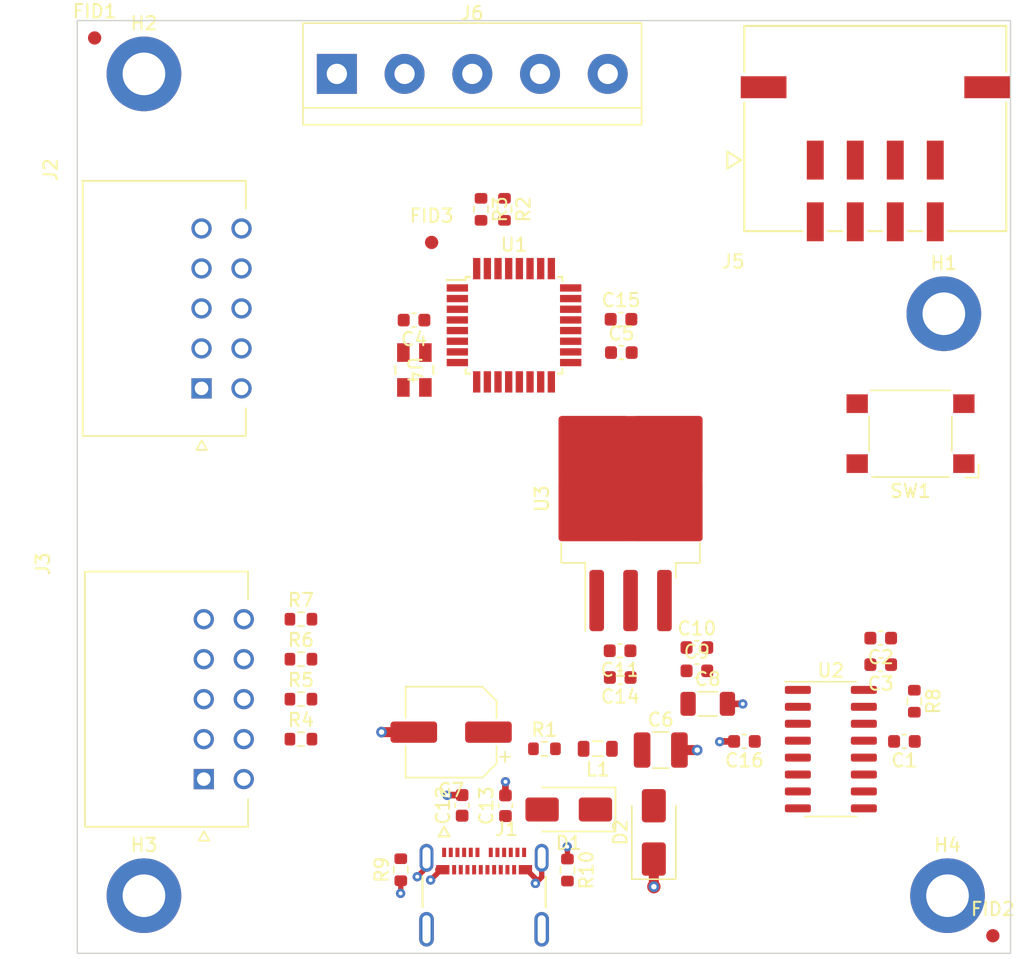
<source format=kicad_pcb>
(kicad_pcb (version 20221018) (generator pcbnew)
  (layers (0 "F.Cu" signal) (1 "In1.Cu" signal) (2 "In2.Cu" signal) (31 "B.Cu" signal) (34 "B.Paste" user) (35 "F.Paste" user) (36 "B.SilkS" user "B.Silkscreen") (37 "F.SilkS" user "F.Silkscreen") (38 "B.Mask" user) (39 "F.Mask" user) (44 "Edge.Cuts" user))
  (net 0 "")
  (net 1 "/PB6")
  (net 2 "GND")
  (net 3 "/PB7")
  (net 4 "/PC0")
  (net 5 "/PC1")
  (net 6 "/PC2")
  (net 7 "/PC3")
  (net 8 "/PC4")
  (net 9 "/PC5")
  (net 10 "/ADC6")
  (net 11 "/ADC7")
  (net 12 "VBUS")
  (net 13 "+5V")
  (net 14 "/PC6")
  (net 15 "/MOSI")
  (net 16 "/MISO")
  (net 17 "/PB5")
  (net 18 "/LED_A")
  (net 19 "/LED_B")
  (net 20 "/LED_C")
  (net 21 "/LED_D")
  (net 24 "Net-(D1-A)")
  (net 25 "/CC1")
  (net 26 "/USB_D+")
  (net 27 "/USB_D-")
  (net 33 "/CC2")
  (net 37 "/PD6")
  (net 38 "/PD7")
  (net 39 "/PB0")
  (net 40 "/PB1")
  (net 41 "/PB2")
  (net 42 "/PD4")
  (net 43 "/PD2")
  (net 44 "/PD3")
  (net 45 "/PD5")
  (net 46 "/USB_RX")
  (net 47 "/PD1")
  (net 48 "/USB_TX")
  (net 49 "/PD0")
  (net 50 "/Cap+")
  (net 51 "Net-(#FLG02-pwr)")
  (net 58 "Net-(U2-~{DTR})")
  (net 61 "/AREF")
  (net 62 "+3V3")
  (footprint "MountingHole:MountingHole_3.2mm_M3_DIN965_Pad" (layer "F.Cu") (at 105 54)
    (fp_text reference "H2" (at 0 -3.8) (layer "F.SilkS"))
    (fp_text value "MountingHole_Pad")
    (pad "1" thru_hole circle (at 0 0) (size 5.6 5.6) (drill 3.2) (layers "*.Cu" "*.Mask") (net 2 "GND"))
  )
  (footprint "Capacitor_SMD:C_0603_1608Metric" (layer "F.Cu") (at 140.808767 74.913741)
    (fp_text reference "C5" (at 0 -1.43) (layer "F.SilkS"))
    (fp_text value "100u")
    (fp_line (start -0.14058 -0.51) (end 0.14058 -0.51) (stroke (width 0.12)) (layer "F.SilkS"))
    (fp_line (start -0.14058 0.51) (end 0.14058 0.51) (stroke (width 0.12)) (layer "F.SilkS"))
    (pad "1" smd roundrect (at -0.775 0) (size 0.9 0.95) (layers "F.Cu" "F.Paste" "F.Mask") (net 13 "+5V"))
    (pad "2" smd roundrect (at 0.775 0) (size 0.9 0.95) (layers "F.Cu" "F.Paste" "F.Mask") (net 2 "GND"))
  )
  (footprint "Capacitor_SMD:C_0603_1608Metric" (layer "F.Cu") (at 146.475 98.800001)
    (fp_text reference "C9" (at 0 -1.43) (layer "F.SilkS"))
    (fp_text value "100n")
    (fp_line (start -0.14058 -0.51) (end 0.14058 -0.51) (stroke (width 0.12)) (layer "F.SilkS"))
    (fp_line (start -0.14058 0.51) (end 0.14058 0.51) (stroke (width 0.12)) (layer "F.SilkS"))
    (pad "1" smd roundrect (at -0.775 0) (size 0.9 0.95) (layers "F.Cu" "F.Paste" "F.Mask") (net 51 "Net-(#FLG02-pwr)"))
    (pad "2" smd roundrect (at 0.775 0) (size 0.9 0.95) (layers "F.Cu" "F.Paste" "F.Mask") (net 2 "GND"))
  )
  (footprint "Resistor_SMD:R_0603_1608Metric" (layer "F.Cu") (at 130.283767 64.163741 -90)
    (fp_text reference "R3" (at 0 -1.43 90) (layer "F.SilkS"))
    (fp_text value "1k")
    (fp_line (start -0.237258 -0.5225) (end 0.237258 -0.5225) (stroke (width 0.12)) (layer "F.SilkS"))
    (fp_line (start -0.237258 0.5225) (end 0.237258 0.5225) (stroke (width 0.12)) (layer "F.SilkS"))
    (pad "1" smd roundrect (at -0.825 0 270) (size 0.8 0.95) (layers "F.Cu" "F.Paste" "F.Mask") (net 46 "/USB_RX"))
    (pad "2" smd roundrect (at 0.825 0 270) (size 0.8 0.95) (layers "F.Cu" "F.Paste" "F.Mask") (net 47 "/PD1"))
  )
  (footprint "MountingHole:MountingHole_3.2mm_M3_DIN965_Pad" (layer "F.Cu") (at 165.275 115.675)
    (fp_text reference "H4" (at 0 -3.8) (layer "F.SilkS"))
    (fp_text value "MountingHole_Pad")
    (pad "1" thru_hole circle (at 0 0) (size 5.6 5.6) (drill 3.2) (layers "*.Cu" "*.Mask") (net 2 "GND"))
  )
  (footprint "main:MOLEX_430451000" (layer "F.Cu") (at 109.32 77.6 -90)
    (fp_text reference "J2" (at -16.4 11.32 90) (layer "F.SilkS"))
    (fp_text value "MOLEX 2x5 Connector")
    (fp_line (start -15.575 -3.32) (end -15.575 8.92) (stroke (width 0.127)) (layer "F.SilkS"))
    (fp_line (start -15.575 8.92) (end 3.575 8.92) (stroke (width 0.127)) (layer "F.SilkS"))
    (fp_line (start -13.5 -3.32) (end -15.575 -3.32) (stroke (width 0.127)) (layer "F.SilkS"))
    (fp_line (start 3.575 -3.32) (end 1.5 -3.32) (stroke (width 0.127)) (layer "F.SilkS"))
    (fp_line (start 3.575 8.92) (end 3.575 -3.32) (stroke (width 0.127)) (layer "F.SilkS"))
    (fp_line (start 3.92 -0.01) (end 4.62 0.39) (stroke (width 0.127)) (layer "F.SilkS"))
    (fp_line (start 4.62 -0.41) (end 3.92 -0.01) (stroke (width 0.127)) (layer "F.SilkS"))
    (fp_line (start 4.62 0.39) (end 4.62 -0.41) (stroke (width 0.127)) (layer "F.SilkS"))
    (pad "" np_thru_hole circle (at -9.85 4.32 270) (size 3 3) (drill 3) (layers "*.Cu" "*.Mask"))
    (pad "" np_thru_hole circle (at -2.15 4.32 270) (size 3 3) (drill 3) (layers "*.Cu" "*.Mask"))
    (pad "1" thru_hole rect (at 0 0 270) (size 1.52 1.52) (drill 1.02) (layers "*.Cu") (net 12 "VBUS"))
    (pad "2" thru_hole circle (at -3 0 270) (size 1.52 1.52) (drill 1.02) (layers "*.Cu") (net 13 "+5V"))
    (pad "3" thru_hole circle (at -6 0 270) (size 1.52 1.52) (drill 1.02) (layers "*.Cu") (net 14 "/PC6"))
    (pad "4" thru_hole circle (at -9 0 270) (size 1.52 1.52) (drill 1.02) (layers "*.Cu") (net 2 "GND"))
    (pad "5" thru_hole circle (at -12 0 270) (size 1.52 1.52) (drill 1.02) (layers "*.Cu") (net 2 "GND"))
    (pad "6" thru_hole circle (at 0 -3 270) (size 1.52 1.52) (drill 1.02) (layers "*.Cu") (net 2 "GND"))
    (pad "7" thru_hole circle (at -3 -3 270) (size 1.52 1.52) (drill 1.02) (layers "*.Cu") (net 2 "GND"))
    (pad "8" thru_hole circle (at -6 -3 270) (size 1.52 1.52) (drill 1.02) (layers "*.Cu") (net 15 "/MOSI"))
    (pad "9" thru_hole circle (at -9 -3 270) (size 1.52 1.52) (drill 1.02) (layers "*.Cu") (net 16 "/MISO"))
    (pad "10" thru_hole circle (at -12 -3 270) (size 1.52 1.52) (drill 1.02) (layers "*.Cu") (net 17 "/PB5"))
  )
  (footprint "Fiducial:Fiducial_1mm_Mask2mm" (layer "F.Cu") (at 101.300601 51.302181)
    (fp_text reference "FID1" (at 0 -2) (layer "F.SilkS"))
    (fp_text value "Fiducial")
    (pad "" smd circle (at 0 0) (size 1 1) (layers "F.Cu" "F.Mask") (clearance 0.5))
  )
  (footprint "Capacitor_SMD:C_0603_1608Metric" (layer "F.Cu") (at 160.265 96.345 180)
    (fp_text reference "C2" (at 0 -1.43) (layer "F.SilkS"))
    (fp_text value "10u")
    (fp_line (start -0.14058 -0.51) (end 0.14058 -0.51) (stroke (width 0.12)) (layer "F.SilkS"))
    (fp_line (start -0.14058 0.51) (end 0.14058 0.51) (stroke (width 0.12)) (layer "F.SilkS"))
    (pad "1" smd roundrect (at -0.775 0 180) (size 0.9 0.95) (layers "F.Cu" "F.Paste" "F.Mask") (net 13 "+5V"))
    (pad "2" smd roundrect (at 0.775 0 180) (size 0.9 0.95) (layers "F.Cu" "F.Paste" "F.Mask") (net 2 "GND"))
  )
  (footprint "Capacitor_SMD:C_0603_1608Metric" (layer "F.Cu") (at 162.04 104.095 180)
    (fp_text reference "C1" (at 0 -1.43) (layer "F.SilkS"))
    (fp_text value "100n")
    (fp_line (start -0.14058 -0.51) (end 0.14058 -0.51) (stroke (width 0.12)) (layer "F.SilkS"))
    (fp_line (start -0.14058 0.51) (end 0.14058 0.51) (stroke (width 0.12)) (layer "F.SilkS"))
    (pad "1" smd roundrect (at -0.775 0 180) (size 0.9 0.95) (layers "F.Cu" "F.Paste" "F.Mask") (net 14 "/PC6"))
    (pad "2" smd roundrect (at 0.775 0 180) (size 0.9 0.95) (layers "F.Cu" "F.Paste" "F.Mask") (net 58 "Net-(U2-~{DTR})"))
  )
  (footprint "main:MOLEX_430451000" (layer "F.Cu") (at 109.48925 106.925 -90)
    (fp_text reference "J3" (at -16.15 12.07 90) (layer "F.SilkS"))
    (fp_text value "MOLEX 2x5 Connector")
    (fp_line (start -15.575 -3.32) (end -15.575 8.92) (stroke (width 0.127)) (layer "F.SilkS"))
    (fp_line (start -15.575 8.92) (end 3.575 8.92) (stroke (width 0.127)) (layer "F.SilkS"))
    (fp_line (start -13.5 -3.32) (end -15.575 -3.32) (stroke (width 0.127)) (layer "F.SilkS"))
    (fp_line (start 3.575 -3.32) (end 1.5 -3.32) (stroke (width 0.127)) (layer "F.SilkS"))
    (fp_line (start 3.575 8.92) (end 3.575 -3.32) (stroke (width 0.127)) (layer "F.SilkS"))
    (fp_line (start 3.92 -0.01) (end 4.62 0.39) (stroke (width 0.127)) (layer "F.SilkS"))
    (fp_line (start 4.62 -0.41) (end 3.92 -0.01) (stroke (width 0.127)) (layer "F.SilkS"))
    (fp_line (start 4.62 0.39) (end 4.62 -0.41) (stroke (width 0.127)) (layer "F.SilkS"))
    (pad "" np_thru_hole circle (at -9.85 4.32 270) (size 3 3) (drill 3) (layers "*.Cu" "*.Mask"))
    (pad "" np_thru_hole circle (at -2.15 4.32 270) (size 3 3) (drill 3) (layers "*.Cu" "*.Mask"))
    (pad "1" thru_hole rect (at 0 0 270) (size 1.52 1.52) (drill 1.02) (layers "*.Cu") (net 13 "+5V"))
    (pad "2" thru_hole circle (at -3 0 270) (size 1.52 1.52) (drill 1.02) (layers "*.Cu") (net 21 "/LED_D"))
    (pad "3" thru_hole circle (at -6 0 270) (size 1.52 1.52) (drill 1.02) (layers "*.Cu") (net 20 "/LED_C"))
    (pad "4" thru_hole circle (at -9 0 270) (size 1.52 1.52) (drill 1.02) (layers "*.Cu") (net 19 "/LED_B"))
    (pad "5" thru_hole circle (at -12 0 270) (size 1.52 1.52) (drill 1.02) (layers "*.Cu") (net 18 "/LED_A"))
    (pad "6" thru_hole circle (at 0 -3 270) (size 1.52 1.52) (drill 1.02) (layers "*.Cu") (net 2 "GND"))
    (pad "7" thru_hole circle (at -3 -3 270) (size 1.52 1.52) (drill 1.02) (layers "*.Cu") (net 2 "GND"))
    (pad "8" thru_hole circle (at -6 -3 270) (size 1.52 1.52) (drill 1.02) (layers "*.Cu") (net 2 "GND"))
    (pad "9" thru_hole circle (at -9 -3 270) (size 1.52 1.52) (drill 1.02) (layers "*.Cu") (net 2 "GND"))
    (pad "10" thru_hole circle (at -12 -3 270) (size 1.52 1.52) (drill 1.02) (layers "*.Cu") (net 2 "GND"))
  )
  (footprint "Diode_SMD:D_SMA" (layer "F.Cu") (at 136.865 109.205999 180)
    (fp_text reference "D1" (at 0 -2.5) (layer "F.SilkS"))
    (fp_text value "D_Schottky")
    (fp_line (start -3.51 -1.65) (end -3.51 1.65) (stroke (width 0.12)) (layer "F.SilkS"))
    (fp_line (start -3.51 -1.65) (end 2 -1.65) (stroke (width 0.12)) (layer "F.SilkS"))
    (fp_line (start -3.51 1.65) (end 2 1.65) (stroke (width 0.12)) (layer "F.SilkS"))
    (pad "1" smd roundrect (at -2 0 180) (size 2.5 1.8) (layers "F.Cu" "F.Paste" "F.Mask") (roundrect_rratio 0.1388888889) (net 12 "VBUS"))
    (pad "2" smd roundrect (at 2 0 180) (size 2.5 1.8) (layers "F.Cu" "F.Paste" "F.Mask") (roundrect_rratio 0.1388888889) (net 24 "Net-(D1-A)"))
  )
  (footprint "Resistor_SMD:R_0603_1608Metric" (layer "F.Cu") (at 136.765 113.75 -90)
    (fp_text reference "R10" (at 0 -1.43 90) (layer "F.SilkS"))
    (fp_text value "4.7k")
    (fp_line (start -0.237258 -0.5225) (end 0.237258 -0.5225) (stroke (width 0.12)) (layer "F.SilkS"))
    (fp_line (start -0.237258 0.5225) (end 0.237258 0.5225) (stroke (width 0.12)) (layer "F.SilkS"))
    (pad "1" smd roundrect (at -0.825 0 270) (size 0.8 0.95) (layers "F.Cu" "F.Paste" "F.Mask") (net 2 "GND"))
    (pad "2" smd roundrect (at 0.825 0 270) (size 0.8 0.95) (layers "F.Cu" "F.Paste" "F.Mask") (net 33 "/CC2"))
  )
  (footprint "Capacitor_SMD:C_0603_1608Metric" (layer "F.Cu") (at 132.115 108.920999 90)
    (fp_text reference "C13" (at 0 -1.43 90) (layer "F.SilkS"))
    (fp_text value "100u")
    (fp_line (start -0.14058 -0.51) (end 0.14058 -0.51) (stroke (width 0.12)) (layer "F.SilkS"))
    (fp_line (start -0.14058 0.51) (end 0.14058 0.51) (stroke (width 0.12)) (layer "F.SilkS"))
    (pad "1" smd roundrect (at -0.775 0 90) (size 0.9 0.95) (layers "F.Cu" "F.Paste" "F.Mask") (net 24 "Net-(D1-A)"))
    (pad "2" smd roundrect (at 0.775 0 90) (size 0.9 0.95) (layers "F.Cu" "F.Paste" "F.Mask") (net 2 "GND"))
  )
  (footprint "MountingHole:MountingHole_3.2mm_M3_DIN965_Pad" (layer "F.Cu") (at 105 115.675)
    (fp_text reference "H3" (at 0 -3.8) (layer "F.SilkS"))
    (fp_text value "MountingHole_Pad")
    (pad "1" thru_hole circle (at 0 0) (size 5.6 5.6) (drill 3.2) (layers "*.Cu" "*.Mask") (net 2 "GND"))
  )
  (footprint "Button_Switch_SMD:SW_SPST_Omron_B3FS-100xP" (layer "F.Cu") (at 162.5 81 180)
    (fp_text reference "SW1" (at 0 -4.3) (layer "F.SilkS"))
    (fp_text value "SW_Omron_B3FS")
    (fp_line (start -5.1 -3.3) (end -4.1 -3.3) (stroke (width 0.12)) (layer "F.SilkS"))
    (fp_line (start -5.1 -2.3) (end -5.1 -3.3) (stroke (width 0.12)) (layer "F.SilkS"))
    (fp_line (start -3.1 -1.3) (end -3.1 1.3) (stroke (width 0.12)) (layer "F.SilkS"))
    (fp_line (start 2.9 -3.25) (end -2.9 -3.25) (stroke (width 0.12)) (layer "F.SilkS"))
    (fp_line (start 3 3.25) (end -3 3.25) (stroke (width 0.12)) (layer "F.SilkS"))
    (fp_line (start 3.1 -1.3) (end 3.1 1.3) (stroke (width 0.12)) (layer "F.SilkS"))
    (pad "1" smd rect (at -4 -2.25) (size 1.6 1.4) (layers "F.Cu" "F.Paste" "F.Mask") (net 14 "/PC6"))
    (pad "1" smd rect (at 4 -2.25) (size 1.6 1.4) (layers "F.Cu" "F.Paste" "F.Mask") (net 14 "/PC6"))
    (pad "2" smd rect (at -4 2.25) (size 1.6 1.4) (layers "F.Cu" "F.Paste" "F.Mask") (net 2 "GND"))
    (pad "2" smd rect (at 4 2.25) (size 1.6 1.4) (layers "F.Cu" "F.Paste" "F.Mask") (net 2 "GND"))
  )
  (footprint "Capacitor_SMD:CP_Elec_6.3x5.9" (layer "F.Cu") (at 128.04 103.4 180)
    (fp_text reference "C7" (at 0 -4.35) (layer "F.SilkS"))
    (fp_text value "10uF")
    (fp_line (start -4.4375 -1.8475) (end -3.65 -1.8475) (stroke (width 0.12)) (layer "F.SilkS"))
    (fp_line (start -4.04375 -2.24125) (end -4.04375 -1.45375) (stroke (width 0.12)) (layer "F.SilkS"))
    (fp_line (start -3.41 -2.345563) (end -3.41 -1.06) (stroke (width 0.12)) (layer "F.SilkS"))
    (fp_line (start -3.41 -2.345563) (end -2.345563 -3.41) (stroke (width 0.12)) (layer "F.SilkS"))
    (fp_line (start -3.41 2.345563) (end -3.41 1.06) (stroke (width 0.12)) (layer "F.SilkS"))
    (fp_line (start -3.41 2.345563) (end -2.345563 3.41) (stroke (width 0.12)) (layer "F.SilkS"))
    (fp_line (start -2.345563 -3.41) (end 3.41 -3.41) (stroke (width 0.12)) (layer "F.SilkS"))
    (fp_line (start -2.345563 3.41) (end 3.41 3.41) (stroke (width 0.12)) (layer "F.SilkS"))
    (fp_line (start 3.41 -3.41) (end 3.41 -1.06) (stroke (width 0.12)) (layer "F.SilkS"))
    (fp_line (start 3.41 3.41) (end 3.41 1.06) (stroke (width 0.12)) (layer "F.SilkS"))
    (pad "1" smd roundrect (at -2.8 0 180) (size 3.5 1.6) (layers "F.Cu" "F.Paste" "F.Mask") (roundrect_rratio 0.15625) (net 50 "/Cap+"))
    (pad "2" smd roundrect (at 2.8 0 180) (size 3.5 1.6) (layers "F.Cu" "F.Paste" "F.Mask") (roundrect_rratio 0.15625) (net 2 "GND"))
  )
  (footprint "Resistor_SMD:R_0603_1608Metric" (layer "F.Cu") (at 132.043767 64.163741 -90)
    (fp_text reference "R2" (at 0 -1.43 90) (layer "F.SilkS"))
    (fp_text value "1k")
    (fp_line (start -0.237258 -0.5225) (end 0.237258 -0.5225) (stroke (width 0.12)) (layer "F.SilkS"))
    (fp_line (start -0.237258 0.5225) (end 0.237258 0.5225) (stroke (width 0.12)) (layer "F.SilkS"))
    (pad "1" smd roundrect (at -0.825 0 270) (size 0.8 0.95) (layers "F.Cu" "F.Paste" "F.Mask") (net 48 "/USB_TX"))
    (pad "2" smd roundrect (at 0.825 0 270) (size 0.8 0.95) (layers "F.Cu" "F.Paste" "F.Mask") (net 49 "/PD0"))
  )
  (footprint "Resistor_SMD:R_0603_1608Metric" (layer "F.Cu") (at 116.775 103.925)
    (fp_text reference "R4" (at 0 -1.43) (layer "F.SilkS"))
    (fp_text value "220")
    (fp_line (start -0.237258 -0.5225) (end 0.237258 -0.5225) (stroke (width 0.12)) (layer "F.SilkS"))
    (fp_line (start -0.237258 0.5225) (end 0.237258 0.5225) (stroke (width 0.12)) (layer "F.SilkS"))
    (pad "1" smd roundrect (at -0.825 0) (size 0.8 0.95) (layers "F.Cu" "F.Paste" "F.Mask") (net 21 "/LED_D"))
    (pad "2" smd roundrect (at 0.825 0) (size 0.8 0.95) (layers "F.Cu" "F.Paste" "F.Mask") (net 45 "/PD5"))
  )
  (footprint "Package_TO_SOT_SMD:TO-263-3_TabPin2" (layer "F.Cu") (at 141.5 85.875 90)
    (fp_text reference "U3" (at 0 -6.65 90) (layer "F.SilkS"))
    (fp_text value "LM1117S-5.0")
    (fp_line (start -4.825 -5.2) (end -4.825 -3.39) (stroke (width 0.12)) (layer "F.SilkS"))
    (fp_line (start -4.825 -3.39) (end -9.95 -3.39) (stroke (width 0.12)) (layer "F.SilkS"))
    (fp_line (start -4.825 3.39) (end -5.925 3.39) (stroke (width 0.12)) (layer "F.SilkS"))
    (fp_line (start -4.825 5.2) (end -4.825 3.39) (stroke (width 0.12)) (layer "F.SilkS"))
    (fp_line (start -3.325 -5.2) (end -4.825 -5.2) (stroke (width 0.12)) (layer "F.SilkS"))
    (fp_line (start -3.325 5.2) (end -4.825 5.2) (stroke (width 0.12)) (layer "F.SilkS"))
    (pad "1" smd roundrect (at -7.65 -2.54 90) (size 4.6 1.1) (layers "F.Cu" "F.Paste" "F.Mask") (roundrect_rratio 0.227273) (net 2 "GND"))
    (pad "2" smd roundrect (at -7.65 0 90) (size 4.6 1.1) (layers "F.Cu" "F.Paste" "F.Mask") (roundrect_rratio 0.227273) (net 13 "+5V"))
    (pad "2" smd roundrect (at -0.925 -2.775 90) (size 4.55 5.25) (layers "F.Cu" "F.Paste") (roundrect_rratio 0.054945) (net 13 "+5V"))
    (pad "2" smd roundrect (at -0.925 2.775 90) (size 4.55 5.25) (layers "F.Cu" "F.Paste") (roundrect_rratio 0.054945) (net 13 "+5V"))
    (pad "2" smd roundrect (at 1.5 0 90) (size 9.4 10.8) (layers "F.Cu" "F.Mask") (roundrect_rratio 0.026596) (net 13 "+5V"))
    (pad "2" smd roundrect (at 3.925 -2.775 90) (size 4.55 5.25) (layers "F.Cu" "F.Paste") (roundrect_rratio 0.054945) (net 13 "+5V"))
    (pad "2" smd roundrect (at 3.925 2.775 90) (size 4.55 5.25) (layers "F.Cu" "F.Paste") (roundrect_rratio 0.054945) (net 13 "+5V"))
    (pad "3" smd roundrect (at -7.65 2.54 90) (size 4.6 1.1) (layers "F.Cu" "F.Paste" "F.Mask") (roundrect_rratio 0.227273) (net 51 "Net-(#FLG02-pwr)"))
  )
  (footprint "Capacitor_SMD:C_0603_1608Metric" (layer "F.Cu") (at 140.783767 72.413741)
    (fp_text reference "C15" (at 0 -1.43) (layer "F.SilkS"))
    (fp_text value "100n")
    (fp_line (start -0.14058 -0.51) (end 0.14058 -0.51) (stroke (width 0.12)) (layer "F.SilkS"))
    (fp_line (start -0.14058 0.51) (end 0.14058 0.51) (stroke (width 0.12)) (layer "F.SilkS"))
    (pad "1" smd roundrect (at -0.775 0) (size 0.9 0.95) (layers "F.Cu" "F.Paste" "F.Mask") (net 61 "/AREF"))
    (pad "2" smd roundrect (at 0.775 0) (size 0.9 0.95) (layers "F.Cu" "F.Paste" "F.Mask") (net 2 "GND"))
  )
  (footprint "Fiducial:Fiducial_1mm_Mask2mm" (layer "F.Cu") (at 126.576165 66.648486)
    (fp_text reference "FID3" (at 0 -2) (layer "F.SilkS"))
    (fp_text value "Fiducial")
    (pad "" smd circle (at 0 0) (size 1 1) (layers "F.Cu" "F.Mask") (clearance 0.5))
  )
  (footprint "main:SMD_2MSB4SI_YXC" (layer "F.Cu") (at 125.283767 76.221841 -90)
    (fp_text reference "U4" (at 0 0 -90 unlocked) (layer "F.SilkS"))
    (fp_text value "X322512MSB4SI")
    (fp_line (start -0.302257 1.4224) (end 0.302257 1.4224) (stroke (width 0.1524)) (layer "F.SilkS"))
    (fp_line (start 0.302257 -1.4224) (end -0.302257 -1.4224) (stroke (width 0.1524)) (layer "F.SilkS"))
    (pad "1" smd rect (at -1.3081 0.825 270) (size 1.397 0.9398) (layers "F.Cu" "F.Paste" "F.Mask") (net 1 "/PB6"))
    (pad "2" smd rect (at 1.3081 0.825 270) (size 1.397 0.9398) (layers "F.Cu" "F.Paste" "F.Mask") (net 2 "GND"))
    (pad "3" smd rect (at 1.3081 -0.825 270) (size 1.397 0.9398) (layers "F.Cu" "F.Paste" "F.Mask") (net 3 "/PB7"))
    (pad "4" smd rect (at -1.3081 -0.825 270) (size 1.397 0.9398) (layers "F.Cu" "F.Paste" "F.Mask") (net 2 "GND"))
  )
  (footprint "Capacitor_SMD:C_0603_1608Metric" (layer "F.Cu") (at 160.264999 98.335 180)
    (fp_text reference "C3" (at 0 -1.43) (layer "F.SilkS"))
    (fp_text value "100u")
    (fp_line (start -0.14058 -0.51) (end 0.14058 -0.51) (stroke (width 0.12)) (layer "F.SilkS"))
    (fp_line (start -0.14058 0.51) (end 0.14058 0.51) (stroke (width 0.12)) (layer "F.SilkS"))
    (pad "1" smd roundrect (at -0.775 0 180) (size 0.9 0.95) (layers "F.Cu" "F.Paste" "F.Mask") (net 13 "+5V"))
    (pad "2" smd roundrect (at 0.775 0 180) (size 0.9 0.95) (layers "F.Cu" "F.Paste" "F.Mask") (net 2 "GND"))
  )
  (footprint "Resistor_SMD:R_0603_1608Metric" (layer "F.Cu") (at 124.265 113.725 90)
    (fp_text reference "R9" (at 0 -1.43 90) (layer "F.SilkS"))
    (fp_text value "4.7k")
    (fp_line (start -0.237258 -0.5225) (end 0.237258 -0.5225) (stroke (width 0.12)) (layer "F.SilkS"))
    (fp_line (start -0.237258 0.5225) (end 0.237258 0.5225) (stroke (width 0.12)) (layer "F.SilkS"))
    (pad "1" smd roundrect (at -0.825 0 90) (size 0.8 0.95) (layers "F.Cu" "F.Paste" "F.Mask") (net 2 "GND"))
    (pad "2" smd roundrect (at 0.825 0 90) (size 0.8 0.95) (layers "F.Cu" "F.Paste" "F.Mask") (net 25 "/CC1"))
  )
  (footprint "Resistor_SMD:R_0603_1608Metric" (layer "F.Cu") (at 116.775 97.925)
    (fp_text reference "R6" (at 0 -1.43) (layer "F.SilkS"))
    (fp_text value "220")
    (fp_line (start -0.237258 -0.5225) (end 0.237258 -0.5225) (stroke (width 0.12)) (layer "F.SilkS"))
    (fp_line (start -0.237258 0.5225) (end 0.237258 0.5225) (stroke (width 0.12)) (layer "F.SilkS"))
    (pad "1" smd roundrect (at -0.825 0) (size 0.8 0.95) (layers "F.Cu" "F.Paste" "F.Mask") (net 19 "/LED_B"))
    (pad "2" smd roundrect (at 0.825 0) (size 0.8 0.95) (layers "F.Cu" "F.Paste" "F.Mask") (net 44 "/PD3"))
  )
  (footprint "main:MOLEX_1054500101" (layer "F.Cu") (at 130.515 119.965)
    (fp_text reference "J1" (at 1.685 -9.295) (layer "F.SilkS"))
    (fp_text value "1054500101")
    (fp_line (start -4.62 -3.42) (end -4.62 -5.72) (stroke (width 0.15)) (layer "F.SilkS"))
    (fp_line (start -3.4 -8.748) (end -2.6 -8.748) (stroke (width 0.15)) (layer "F.SilkS"))
    (fp_line (start -3 -9.448) (end -3.4 -8.748) (stroke (width 0.15)) (layer "F.SilkS"))
    (fp_line (start -2.6 -8.748) (end -3 -9.448) (stroke (width 0.15)) (layer "F.SilkS"))
    (fp_line (start 4.62 -3.42) (end 4.62 -5.72) (stroke (width 0.15)) (layer "F.SilkS"))
    (pad "A1" smd rect (at -3 -7.54) (size 0.298 0.7) (layers "F.Cu" "F.Paste") (net 2 "GND"))
    (pad "A2" smd rect (at -2.5 -7.54) (size 0.298 0.7) (layers "F.Cu" "F.Paste"))
    (pad "A3" smd rect (at -2 -7.54) (size 0.298 0.7) (layers "F.Cu" "F.Paste"))
    (pad "A4" smd rect (at -1.5 -7.54) (size 0.298 0.7) (layers "F.Cu" "F.Paste") (net 24 "Net-(D1-A)"))
    (pad "A5" smd rect (at -1 -7.54) (size 0.298 0.7) (layers "F.Cu" "F.Paste") (net 25 "/CC1"))
    (pad "A6" smd rect (at -0.5 -7.54) (size 0.298 0.7) (layers "F.Cu" "F.Paste") (net 26 "/USB_D+"))
    (pad "A7" smd rect (at 0.5 -7.54) (size 0.298 0.7) (layers "F.Cu" "F.Paste") (net 27 "/USB_D-"))
    (pad "A8" smd rect (at 1 -7.54) (size 0.298 0.7) (layers "F.Cu" "F.Paste"))
    (pad "A9" smd rect (at 1.5 -7.54) (size 0.298 0.7) (layers "F.Cu" "F.Paste") (net 24 "Net-(D1-A)"))
    (pad "A10" smd rect (at 2 -7.54) (size 0.298 0.7) (layers "F.Cu" "F.Paste"))
    (pad "A11" smd rect (at 2.5 -7.54) (size 0.298 0.7) (layers "F.Cu" "F.Paste"))
    (pad "A12" smd rect (at 3 -7.54) (size 0.298 0.7) (layers "F.Cu" "F.Paste") (net 2 "GND"))
    (pad "B1" smd rect (at 3.1 -6.24) (size 0.998 0.7) (layers "F.Cu" "F.Paste") (net 2 "GND"))
    (pad "B2" smd rect (at 2.25 -6.24) (size 0.298 0.7) (layers "F.Cu" "F.Paste"))
    (pad "B3" smd rect (at 1.75 -6.24) (size 0.298 0.7) (layers "F.Cu" "F.Paste"))
    (pad "B4" smd rect (at 1.25 -6.24) (size 0.298 0.7) (layers "F.Cu" "F.Paste") (net 24 "Net-(D1-A)"))
    (pad "B5" smd rect (at 0.75 -6.24) (size 0.298 0.7) (layers "F.Cu" "F.Paste") (net 33 "/CC2"))
    (pad "B6" smd rect (at 0.25 -6.24) (size 0.298 0.7) (layers "F.Cu" "F.Paste") (net 26 "/USB_D+"))
    (pad "B7" smd rect (at -0.25 -6.24) (size 0.298 0.7) (layers "F.Cu" "F.Paste") (net 27 "/USB_D-"))
    (pad "B8" smd rect (at -0.75 -6.24) (size 0.298 0.7) (layers "F.Cu" "F.Paste"))
    (pad "B9" smd rect (at -1.25 -6.24) (size 0.298 0.7) (layers "F.Cu" "F.Paste") (net 24 "Net-(D1-A)"))
    (pad "B10" smd rect (at -1.75 -6.24) (size 0.298 0.7) (layers "F.Cu" "F.Paste"))
    (pad "B11" smd rect (at -2.25 -6.24) (size 0.298 0.7) (layers "F.Cu" "F.Paste"))
    (pad "B12" smd rect (at -3.1 -6.24) (size 0.998 0.7) (layers "F.Cu" "F.Paste") (net 2 "GND"))
    (pad "SH1" thru_hole oval (at -4.32 -7.13) (size 1.036 2.1) (drill oval 0.6 1.6) (layers "*.Cu" "*.Mask") (net 2 "GND"))
    (pad "SH2" thru_hole oval (at 4.32 -7.13) (size 1.036 2.1) (drill oval 0.6 1.6) (layers "*.Cu" "*.Mask") (net 2 "GND"))
    (pad "SH3" thru_hole oval (at -4.32 -1.77) (size 1.1 2.6) (drill oval 0.6 2.1) (layers "*.Cu" "*.Mask") (net 2 "GND"))
    (pad "SH4" thru_hole oval (at 4.32 -1.77) (size 1.1 2.6) (drill oval 0.6 2.1) (layers "*.Cu" "*.Mask") (net 2 "GND"))
  )
  (footprint "Capacitor_SMD:C_0603_1608Metric" (layer "F.Cu") (at 150.04 104.095001 180)
    (fp_text reference "C16" (at 0 -1.43) (layer "F.SilkS"))
    (fp_text value "100n")
    (fp_line (start -0.14058 -0.51) (end 0.14058 -0.51) (stroke (width 0.12)) (layer "F.SilkS"))
    (fp_line (start -0.14058 0.51) (end 0.14058 0.51) (stroke (width 0.12)) (layer "F.SilkS"))
    (pad "1" smd roundrect (at -0.775 0 180) (size 0.9 0.95) (layers "F.Cu" "F.Paste" "F.Mask") (net 62 "+3V3"))
    (pad "2" smd roundrect (at 0.775 0 180) (size 0.9 0.95) (layers "F.Cu" "F.Paste" "F.Mask") (net 2 "GND"))
  )
  (footprint "Capacitor_SMD:C_1206_3216Metric" (layer "F.Cu") (at 147.29 101.275001)
    (fp_text reference "C8" (at 0 -1.85) (layer "F.SilkS"))
    (fp_text value "4.7u")
    (fp_line (start -0.711252 -0.91) (end 0.711252 -0.91) (stroke (width 0.12)) (layer "F.SilkS"))
    (fp_line (start -0.711252 0.91) (end 0.711252 0.91) (stroke (width 0.12)) (layer "F.SilkS"))
    (pad "1" smd roundrect (at -1.475 0) (size 1.15 1.8) (layers "F.Cu" "F.Paste" "F.Mask") (roundrect_rratio 0.217391) (net 51 "Net-(#FLG02-pwr)"))
    (pad "2" smd roundrect (at 1.475 0) (size 1.15 1.8) (layers "F.Cu" "F.Paste" "F.Mask") (roundrect_rratio 0.217391) (net 2 "GND"))
  )
  (footprint "Resistor_SMD:R_0603_1608Metric" (layer "F.Cu") (at 162.785758 101.078838 -90)
    (fp_text reference "R8" (at 0 -1.43 90) (layer "F.SilkS"))
    (fp_text value "10k")
    (fp_line (start -0.237258 -0.5225) (end 0.237258 -0.5225) (stroke (width 0.12)) (layer "F.SilkS"))
    (fp_line (start -0.237258 0.5225) (end 0.237258 0.5225) (stroke (width 0.12)) (layer "F.SilkS"))
    (pad "1" smd roundrect (at -0.825 0 270) (size 0.8 0.95) (layers "F.Cu" "F.Paste" "F.Mask") (net 13 "+5V"))
    (pad "2" smd roundrect (at 0.825 0 270) (size 0.8 0.95) (layers "F.Cu" "F.Paste" "F.Mask") (net 14 "/PC6"))
  )
  (footprint "Package_SO:SOIC-16_3.9x9.9mm_P1.27mm" (layer "F.Cu") (at 156.525 104.675)
    (fp_text reference "U2" (at 0 -5.9) (layer "F.SilkS"))
    (fp_text value "CH340C")
    (fp_line (start 0 -5.06) (end -3.45 -5.06) (stroke (width 0.12)) (layer "F.SilkS"))
    (fp_line (start 0 -5.06) (end 1.95 -5.06) (stroke (width 0.12)) (layer "F.SilkS"))
    (fp_line (start 0 5.06) (end -1.95 5.06) (stroke (width 0.12)) (layer "F.SilkS"))
    (fp_line (start 0 5.06) (end 1.95 5.06) (stroke (width 0.12)) (layer "F.SilkS"))
    (pad "1" smd roundrect (at -2.475 -4.445) (size 1.95 0.6) (layers "F.Cu" "F.Paste" "F.Mask") (net 2 "GND"))
    (pad "2" smd roundrect (at -2.475 -3.175) (size 1.95 0.6) (layers "F.Cu" "F.Paste" "F.Mask") (net 46 "/USB_RX"))
    (pad "3" smd roundrect (at -2.475 -1.905) (size 1.95 0.6) (layers "F.Cu" "F.Paste" "F.Mask") (net 48 "/USB_TX"))
    (pad "4" smd roundrect (at -2.475 -0.635) (size 1.95 0.6) (layers "F.Cu" "F.Paste" "F.Mask") (net 62 "+3V3"))
    (pad "5" smd roundrect (at -2.475 0.635) (size 1.95 0.6) (layers "F.Cu" "F.Paste" "F.Mask") (net 26 "/USB_D+"))
    (pad "6" smd roundrect (at -2.475 1.905) (size 1.95 0.6) (layers "F.Cu" "F.Paste" "F.Mask") (net 27 "/USB_D-"))
    (pad "7" smd roundrect (at -2.475 3.175) (size 1.95 0.6) (layers "F.Cu" "F.Paste" "F.Mask"))
    (pad "8" smd roundrect (at -2.475 4.445) (size 1.95 0.6) (layers "F.Cu" "F.Paste" "F.Mask"))
    (pad "9" smd roundrect (at 2.475 4.445) (size 1.95 0.6) (layers "F.Cu" "F.Paste" "F.Mask"))
    (pad "10" smd roundrect (at 2.475 3.175) (size 1.95 0.6) (layers "F.Cu" "F.Paste" "F.Mask"))
    (pad "11" smd roundrect (at 2.475 1.905) (size 1.95 0.6) (layers "F.Cu" "F.Paste" "F.Mask"))
    (pad "12" smd roundrect (at 2.475 0.635) (size 1.95 0.6) (layers "F.Cu" "F.Paste" "F.Mask"))
    (pad "13" smd roundrect (at 2.475 -0.635) (size 1.95 0.6) (layers "F.Cu" "F.Paste" "F.Mask") (net 58 "Net-(U2-~{DTR})"))
    (pad "14" smd roundrect (at 2.475 -1.905) (size 1.95 0.6) (layers "F.Cu" "F.Paste" "F.Mask"))
    (pad "15" smd roundrect (at 2.475 -3.175) (size 1.95 0.6) (layers "F.Cu" "F.Paste" "F.Mask"))
    (pad "16" smd roundrect (at 2.475 -4.445) (size 1.95 0.6) (layers "F.Cu" "F.Paste" "F.Mask") (net 13 "+5V"))
  )
  (footprint "Capacitor_SMD:C_0603_1608Metric" (layer "F.Cu") (at 125.258767 72.476345 180)
    (fp_text reference "C4" (at 0 -1.43) (layer "F.SilkS"))
    (fp_text value "100u")
    (fp_line (start -0.14058 -0.51) (end 0.14058 -0.51) (stroke (width 0.12)) (layer "F.SilkS"))
    (fp_line (start -0.14058 0.51) (end 0.14058 0.51) (stroke (width 0.12)) (layer "F.SilkS"))
    (pad "1" smd roundrect (at -0.775 0 180) (size 0.9 0.95) (layers "F.Cu" "F.Paste" "F.Mask") (net 13 "+5V"))
    (pad "2" smd roundrect (at 0.775 0 180) (size 0.9 0.95) (layers "F.Cu" "F.Paste" "F.Mask") (net 2 "GND"))
  )
  (footprint "Diode_SMD:D_SMA" (layer "F.Cu") (at 143.245216 110.923668 90)
    (fp_text reference "D2" (at 0 -2.5 90) (layer "F.SilkS"))
    (fp_text value "SMAJ24CA")
    (fp_line (start -3.51 -1.65) (end -3.51 1.65) (stroke (width 0.12)) (layer "F.SilkS"))
    (fp_line (start -3.51 -1.65) (end 2 -1.65) (stroke (width 0.12)) (layer "F.SilkS"))
    (fp_line (start -3.51 1.65) (end 2 1.65) (stroke (width 0.12)) (layer "F.SilkS"))
    (pad "1" smd roundrect (at -2 0 90) (size 2.5 1.8) (layers "F.Cu" "F.Paste" "F.Mask") (roundrect_rratio 0.1388888889) (net 2 "GND"))
    (pad "2" smd roundrect (at 2 0 90) (size 2.5 1.8) (layers "F.Cu" "F.Paste" "F.Mask") (roundrect_rratio 0.1388888889) (net 12 "VBUS"))
  )
  (footprint "Resistor_SMD:R_0603_1608Metric" (layer "F.Cu") (at 116.775 100.925)
    (fp_text reference "R5" (at 0 -1.43) (layer "F.SilkS"))
    (fp_text value "220")
    (fp_line (start -0.237258 -0.5225) (end 0.237258 -0.5225) (stroke (width 0.12)) (layer "F.SilkS"))
    (fp_line (start -0.237258 0.5225) (end 0.237258 0.5225) (stroke (width 0.12)) (layer "F.SilkS"))
    (pad "1" smd roundrect (at -0.825 0) (size 0.8 0.95) (layers "F.Cu" "F.Paste" "F.Mask") (net 20 "/LED_C"))
    (pad "2" smd roundrect (at 0.825 0) (size 0.8 0.95) (layers "F.Cu" "F.Paste" "F.Mask") (net 42 "/PD4"))
  )
  (footprint "TerminalBlock:TerminalBlock_bornier-5_P5.08mm" (layer "F.Cu") (at 119.469472 54)
    (fp_text reference "J6" (at 10.15 -4.55) (layer "F.SilkS"))
    (fp_text value "Screw_Terminal_01x05")
    (fp_line (start -2.54 -3.81) (end -2.54 3.81) (stroke (width 0.12)) (layer "F.SilkS"))
    (fp_line (start -2.54 -3.81) (end 22.86 -3.81) (stroke (width 0.12)) (layer "F.SilkS"))
    (fp_line (start -2.54 2.54) (end 22.86 2.54) (stroke (width 0.12)) (layer "F.SilkS"))
    (fp_line (start -2.54 3.81) (end 22.86 3.81) (stroke (width 0.12)) (layer "F.SilkS"))
    (fp_line (start 22.86 -3.81) (end 22.86 3.81) (stroke (width 0.12)) (layer "F.SilkS"))
    (pad "1" thru_hole rect (at 0 0) (size 3 3) (drill 1.52) (layers "*.Cu" "*.Mask") (net 37 "/PD6"))
    (pad "2" thru_hole circle (at 5.08 0) (size 3 3) (drill 1.52) (layers "*.Cu" "*.Mask") (net 38 "/PD7"))
    (pad "3" thru_hole circle (at 10.16 0) (size 3 3) (drill 1.52) (layers "*.Cu" "*.Mask") (net 39 "/PB0"))
    (pad "4" thru_hole circle (at 15.24 0) (size 3 3) (drill 1.52) (layers "*.Cu" "*.Mask") (net 40 "/PB1"))
    (pad "5" thru_hole circle (at 20.32 0) (size 3 3) (drill 1.52) (layers "*.Cu" "*.Mask") (net 41 "/PB2"))
  )
  (footprint "Fiducial:Fiducial_1mm_Mask2mm" (layer "F.Cu") (at 168.674888 118.679318)
    (fp_text reference "FID2" (at 0 -2) (layer "F.SilkS"))
    (fp_text value "Fiducial")
    (pad "" smd circle (at 0 0) (size 1 1) (layers "F.Cu" "F.Mask") (clearance 0.5))
  )
  (footprint "Resistor_SMD:R_0603_1608Metric" (layer "F.Cu") (at 135.04 104.65)
    (fp_text reference "R1" (at 0 -1.43) (layer "F.SilkS"))
    (fp_text value "220m")
    (fp_line (start -0.237258 -0.5225) (end 0.237258 -0.5225) (stroke (width 0.12)) (layer "F.SilkS"))
    (fp_line (start -0.237258 0.5225) (end 0.237258 0.5225) (stroke (width 0.12)) (layer "F.SilkS"))
    (pad "1" smd roundrect (at -0.825 0) (size 0.8 0.95) (layers "F.Cu" "F.Paste" "F.Mask") (net 50 "/Cap+"))
    (pad "2" smd roundrect (at 0.825 0) (size 0.8 0.95) (layers "F.Cu" "F.Paste" "F.Mask") (net 51 "Net-(#FLG02-pwr)"))
  )
  (footprint "Capacitor_SMD:C_0603_1608Metric" (layer "F.Cu") (at 140.713011 97.293389 180)
    (fp_text reference "C11" (at 0 -1.43) (layer "F.SilkS"))
    (fp_text value "10u")
    (fp_line (start -0.14058 -0.51) (end 0.14058 -0.51) (stroke (width 0.12)) (layer "F.SilkS"))
    (fp_line (start -0.14058 0.51) (end 0.14058 0.51) (stroke (width 0.12)) (layer "F.SilkS"))
    (pad "1" smd roundrect (at -0.775 0 180) (size 0.9 0.95) (layers "F.Cu" "F.Paste" "F.Mask") (net 13 "+5V"))
    (pad "2" smd roundrect (at 0.775 0 180) (size 0.9 0.95) (layers "F.Cu" "F.Paste" "F.Mask") (net 2 "GND"))
  )
  (footprint "Capacitor_SMD:C_0603_1608Metric" (layer "F.Cu") (at 146.475 97.050001)
    (fp_text reference "C10" (at 0 -1.43) (layer "F.SilkS"))
    (fp_text value "10u")
    (fp_line (start -0.14058 -0.51) (end 0.14058 -0.51) (stroke (width 0.12)) (layer "F.SilkS"))
    (fp_line (start -0.14058 0.51) (end 0.14058 0.51) (stroke (width 0.12)) (layer "F.SilkS"))
    (pad "1" smd roundrect (at -0.775 0) (size 0.9 0.95) (layers "F.Cu" "F.Paste" "F.Mask") (net 51 "Net-(#FLG02-pwr)"))
    (pad "2" smd roundrect (at 0.775 0) (size 0.9 0.95) (layers "F.Cu" "F.Paste" "F.Mask") (net 2 "GND"))
  )
  (footprint "Capacitor_SMD:C_0603_1608Metric" (layer "F.Cu") (at 140.725 99.3 180)
    (fp_text reference "C14" (at 0 -1.43) (layer "F.SilkS"))
    (fp_text value "100n")
    (fp_line (start -0.14058 -0.51) (end 0.14058 -0.51) (stroke (width 0.12)) (layer "F.SilkS"))
    (fp_line (start -0.14058 0.51) (end 0.14058 0.51) (stroke (width 0.12)) (layer "F.SilkS"))
    (pad "1" smd roundrect (at -0.775 0 180) (size 0.9 0.95) (layers "F.Cu" "F.Paste" "F.Mask") (net 13 "+5V"))
    (pad "2" smd roundrect (at 0.775 0 180) (size 0.9 0.95) (layers "F.Cu" "F.Paste" "F.Mask") (net 2 "GND"))
  )
  (footprint "Capacitor_SMD:C_0603_1608Metric" (layer "F.Cu") (at 128.865 108.895999 90)
    (fp_text reference "C12" (at 0 -1.43 90) (layer "F.SilkS"))
    (fp_text value "100u")
    (fp_line (start -0.14058 -0.51) (end 0.14058 -0.51) (stroke (width 0.12)) (layer "F.SilkS"))
    (fp_line (start -0.14058 0.51) (end 0.14058 0.51) (stroke (width 0.12)) (layer "F.SilkS"))
    (pad "1" smd roundrect (at -0.775 0 90) (size 0.9 0.95) (layers "F.Cu" "F.Paste" "F.Mask") (net 24 "Net-(D1-A)"))
    (pad "2" smd roundrect (at 0.775 0 90) (size 0.9 0.95) (layers "F.Cu" "F.Paste" "F.Mask") (net 2 "GND"))
  )
  (footprint "Inductor_SMD:L_1210_3225Metric" (layer "F.Cu") (at 143.764611 104.743969)
    (fp_text reference "C6" (at 0 -2.28) (layer "F.SilkS"))
    (fp_text value "10u")
    (fp_line (start -0.602064 -1.36) (end 0.602064 -1.36) (stroke (width 0.12)) (layer "F.SilkS"))
    (fp_line (start -0.602064 1.36) (end 0.602064 1.36) (stroke (width 0.12)) (layer "F.SilkS"))
    (pad "1" smd roundrect (at -1.4 0) (size 1.25 2.65) (layers "F.Cu" "F.Paste" "F.Mask") (roundrect_rratio 0.2) (net 12 "VBUS"))
    (pad "2" smd roundrect (at 1.4 0) (size 1.25 2.65) (layers "F.Cu" "F.Paste" "F.Mask") (roundrect_rratio 0.2) (net 2 "GND"))
  )
  (footprint "Inductor_SMD:L_0805_2012Metric" (layer "F.Cu") (at 139.04 104.65 180)
    (fp_text reference "L1" (at 0 -1.55) (layer "F.SilkS"))
    (fp_text value "L")
    (fp_line (start -0.399622 -0.56) (end 0.399622 -0.56) (stroke (width 0.12)) (layer "F.SilkS"))
    (fp_line (start -0.399622 0.56) (end 0.399622 0.56) (stroke (width 0.12)) (layer "F.SilkS"))
    (pad "1" smd roundrect (at -1.0625 0 180) (size 0.875 1.2) (layers "F.Cu" "F.Paste" "F.Mask") (net 12 "VBUS"))
    (pad "2" smd roundrect (at 1.0625 0 180) (size 0.875 1.2) (layers "F.Cu" "F.Paste" "F.Mask") (net 51 "Net-(#FLG02-pwr)"))
  )
  (footprint "main:Molex_2x4_Connector" (layer "F.Cu") (at 159.855 55.355 180)
    (fp_text reference "J5" (at 10.661179 -12.728285 unlocked) (layer "F.SilkS"))
    (fp_text value "Molex_2x4_Connector")
    (fp_line (start -9.824982 -10.445) (end -9.824982 -0.79004) (stroke (width 0.1524)) (layer "F.SilkS"))
    (fp_line (start -9.824982 1.50004) (end -9.824982 4.954999) (stroke (width 0.1524)) (layer "F.SilkS"))
    (fp_line (start -9.824982 4.954999) (end 9.824979 4.954999) (stroke (width 0.1524)) (layer "F.SilkS"))
    (fp_line (start -5.455039 -10.445) (end -9.824982 -10.445) (stroke (width 0.1524)) (layer "F.SilkS"))
    (fp_line (start -2.45504 -10.445) (end -3.544959 -10.445) (stroke (width 0.1524)) (layer "F.SilkS"))
    (fp_line (start 0.54496 -10.445) (end -0.54496 -10.445) (stroke (width 0.1524)) (layer "F.SilkS"))
    (fp_line (start 3.544959 -10.445) (end 2.45504 -10.445) (stroke (width 0.1524)) (layer "F.SilkS"))
    (fp_line (start 9.824979 -10.445) (end 5.455039 -10.445) (stroke (width 0.1524)) (layer "F.SilkS"))
    (fp_line (start 9.824979 -0.79004) (end 9.824979 -10.445) (stroke (width 0.1524)) (layer "F.SilkS"))
    (fp_line (start 9.824979 4.954999) (end 9.824979 1.50004) (stroke (width 0.1524)) (layer "F.SilkS"))
    (fp_line (start 10.07898 -5.115001) (end 11.09498 -5.750001) (stroke (width 0.1524)) (layer "F.SilkS"))
    (fp_line (start 11.09498 -5.750001) (end 11.09498 -4.480001) (stroke (width 0.1524)) (layer "F.SilkS"))
    (fp_line (start 11.09498 -4.480001) (end 10.07898 -5.115001) (stroke (width 0.1524)) (layer "F.SilkS"))
    (pad "1" smd rect (at 4.499999 -5.115001 180) (size 1.27 2.919999) (layers "F.Cu" "F.Paste" "F.Mask") (net 4 "/PC0"))
    (pad "2" smd rect (at 1.5 -5.115001 180) (size 1.27 2.919999) (layers "F.Cu" "F.Paste" "F.Mask") (net 5 "/PC1"))
    (pad "3" smd rect (at -1.5 -5.115001 180) (size 1.27 2.919999) (layers "F.Cu" "F.Paste" "F.Mask") (net 6 "/PC2"))
    (pad "4" smd rect (at -4.499999 -5.115001 180) (size 1.27 2.919999) (layers "F.Cu" "F.Paste" "F.Mask") (net 7 "/PC3"))
    (pad "5" smd rect (at 4.499999 -9.745002 180) (size 1.27 2.919999) (layers "F.Cu" "F.Paste" "F.Mask") (net 8 "/PC4"))
    (pad "6" smd rect (at 1.5 -9.745002 180) (size 1.27 2.919999) (layers "F.Cu" "F.Paste" "F.Mask") (net 9 "/PC5"))
    (pad "7" smd rect (at -1.5 -9.745002 180) (size 1.27 2.919999) (layers "F.Cu" "F.Paste" "F.Mask") (net 10 "/ADC6"))
    (pad "8" smd rect (at -4.499999 -9.745002 180) (size 1.27 2.919999) (layers "F.Cu" "F.Paste" "F.Mask") (net 11 "/ADC7"))
    (pad "S1" smd rect (at 8.374959 0.355 180) (size 3.430001 1.65) (layers "F.Cu" "F.Paste" "F.Mask") (net 2 "GND"))
    (pad "S2" smd rect (at -8.395 0.355 180) (size 3.430001 1.65) (layers "F.Cu" "F.Paste" "F.Mask") (net 2 "GND"))
  )
  (footprint "Resistor_SMD:R_0603_1608Metric" (layer "F.Cu") (at 116.775 94.925)
    (fp_text reference "R7" (at 0 -1.43) (layer "F.SilkS"))
    (fp_text value "220")
    (fp_line (start -0.237258 -0.5225) (end 0.237258 -0.5225) (stroke (width 0.12)) (layer "F.SilkS"))
    (fp_line (start -0.237258 0.5225) (end 0.237258 0.5225) (stroke (width 0.12)) (layer "F.SilkS"))
    (pad "1" smd roundrect (at -0.825 0) (size 0.8 0.95) (layers "F.Cu" "F.Paste" "F.Mask") (net 18 "/LED_A"))
    (pad "2" smd roundrect (at 0.825 0) (size 0.8 0.95) (layers "F.Cu" "F.Paste" "F.Mask") (net 43 "/PD2"))
  )
  (footprint "MountingHole:MountingHole_3.2mm_M3_DIN965_Pad" (layer "F.Cu") (at 165 72)
    (fp_text reference "H1" (at 0 -3.8) (layer "F.SilkS"))
    (fp_text value "MountingHole_Pad")
    (pad "1" thru_hole circle (at 0 0) (size 5.6 5.6) (drill 3.2) (layers "*.Cu" "*.Mask") (net 2 "GND"))
  )
  (footprint "Package_QFP:TQFP-32_7x7mm_P0.8mm" (layer "F.Cu") (at 132.758767 72.863741)
    (fp_text reference "U1" (at 0 -6.05) (layer "F.SilkS"))
    (fp_text value "ATmega328P-A")
    (fp_line (start -3.625 -3.625) (end -3.625 -3.4) (stroke (width 0.15)) (layer "F.SilkS"))
    (fp_line (start -3.625 -3.625) (end -3.3 -3.625) (stroke (width 0.15)) (layer "F.SilkS"))
    (fp_line (start -3.625 -3.4) (end -5.05 -3.4) (stroke (width 0.15)) (layer "F.SilkS"))
    (fp_line (start -3.625 3.625) (end -3.625 3.3) (stroke (width 0.15)) (layer "F.SilkS"))
    (fp_line (start -3.625 3.625) (end -3.3 3.625) (stroke (width 0.15)) (layer "F.SilkS"))
    (fp_line (start 3.625 -3.625) (end 3.3 -3.625) (stroke (width 0.15)) (layer "F.SilkS"))
    (fp_line (start 3.625 -3.625) (end 3.625 -3.3) (stroke (width 0.15)) (layer "F.SilkS"))
    (fp_line (start 3.625 3.625) (end 3.3 3.625) (stroke (width 0.15)) (layer "F.SilkS"))
    (fp_line (start 3.625 3.625) (end 3.625 3.3) (stroke (width 0.15)) (layer "F.SilkS"))
    (pad "1" smd rect (at -4.25 -2.8) (size 1.6 0.55) (layers "F.Cu" "F.Paste" "F.Mask") (net 44 "/PD3"))
    (pad "2" smd rect (at -4.25 -2) (size 1.6 0.55) (layers "F.Cu" "F.Paste" "F.Mask") (net 42 "/PD4"))
    (pad "3" smd rect (at -4.25 -1.2) (size 1.6 0.55) (layers "F.Cu" "F.Paste" "F.Mask") (net 2 "GND"))
    (pad "4" smd rect (at -4.25 -0.4) (size 1.6 0.55) (layers "F.Cu" "F.Paste" "F.Mask") (net 13 "+5V"))
    (pad "5" smd rect (at -4.25 0.4) (size 1.6 0.55) (layers "F.Cu" "F.Paste" "F.Mask") (net 2 "GND"))
    (pad "6" smd rect (at -4.25 1.2) (size 1.6 0.55) (layers "F.Cu" "F.Paste" "F.Mask") (net 13 "+5V"))
    (pad "7" smd rect (at -4.25 2) (size 1.6 0.55) (layers "F.Cu" "F.Paste" "F.Mask") (net 1 "/PB6"))
    (pad "8" smd rect (at -4.25 2.8) (size 1.6 0.55) (layers "F.Cu" "F.Paste" "F.Mask") (net 3 "/PB7"))
    (pad "9" smd rect (at -2.8 4.25 90) (size 1.6 0.55) (layers "F.Cu" "F.Paste" "F.Mask") (net 45 "/PD5"))
    (pad "10" smd rect (at -2 4.25 90) (size 1.6 0.55) (layers "F.Cu" "F.Paste" "F.Mask") (net 37 "/PD6"))
    (pad "11" smd rect (at -1.2 4.25 90) (size 1.6 0.55) (layers "F.Cu" "F.Paste" "F.Mask") (net 38 "/PD7"))
    (pad "12" smd rect (at -0.4 4.25 90) (size 1.6 0.55) (layers "F.Cu" "F.Paste" "F.Mask") (net 39 "/PB0"))
    (pad "13" smd rect (at 0.4 4.25 90) (size 1.6 0.55) (layers "F.Cu" "F.Paste" "F.Mask") (net 40 "/PB1"))
    (pad "14" smd rect (at 1.2 4.25 90) (size 1.6 0.55) (layers "F.Cu" "F.Paste" "F.Mask") (net 41 "/PB2"))
    (pad "15" smd rect (at 2 4.25 90) (size 1.6 0.55) (layers "F.Cu" "F.Paste" "F.Mask") (net 15 "/MOSI"))
    (pad "16" smd rect (at 2.8 4.25 90) (size 1.6 0.55) (layers "F.Cu" "F.Paste" "F.Mask") (net 16 "/MISO"))
    (pad "17" smd rect (at 4.25 2.8) (size 1.6 0.55) (layers "F.Cu" "F.Paste" "F.Mask") (net 17 "/PB5"))
    (pad "18" smd rect (at 4.25 2) (size 1.6 0.55) (layers "F.Cu" "F.Paste" "F.Mask") (net 13 "+5V"))
    (pad "19" smd rect (at 4.25 1.2) (size 1.6 0.55) (layers "F.Cu" "F.Paste" "F.Mask") (net 10 "/ADC6"))
    (pad "20" smd rect (at 4.25 0.4) (size 1.6 0.55) (layers "F.Cu" "F.Paste" "F.Mask") (net 61 "/AREF"))
    (pad "21" smd rect (at 4.25 -0.4) (size 1.6 0.55) (layers "F.Cu" "F.Paste" "F.Mask") (net 2 "GND"))
    (pad "22" smd rect (at 4.25 -1.2) (size 1.6 0.55) (layers "F.Cu" "F.Paste" "F.Mask") (net 11 "/ADC7"))
    (pad "23" smd rect (at 4.25 -2) (size 1.6 0.55) (layers "F.Cu" "F.Paste" "F.Mask") (net 4 "/PC0"))
    (pad "24" smd rect (at 4.25 -2.8) (size 1.6 0.55) (layers "F.Cu" "F.Paste" "F.Mask") (net 5 "/PC1"))
    (pad "25" smd rect (at 2.8 -4.25 90) (size 1.6 0.55) (layers "F.Cu" "F.Paste" "F.Mask") (net 6 "/PC2"))
    (pad "26" smd rect (at 2 -4.25 90) (size 1.6 0.55) (layers "F.Cu" "F.Paste" "F.Mask") (net 7 "/PC3"))
    (pad "27" smd rect (at 1.2 -4.25 90) (size 1.6 0.55) (layers "F.Cu" "F.Paste" "F.Mask") (net 8 "/PC4"))
    (pad "28" smd rect (at 0.4 -4.25 90) (size 1.6 0.55) (layers "F.Cu" "F.Paste" "F.Mask") (net 9 "/PC5"))
    (pad "29" smd rect (at -0.4 -4.25 90) (size 1.6 0.55) (layers "F.Cu" "F.Paste" "F.Mask") (net 14 "/PC6"))
    (pad "30" smd rect (at -1.2 -4.25 90) (size 1.6 0.55) (layers "F.Cu" "F.Paste" "F.Mask") (net 49 "/PD0"))
    (pad "31" smd rect (at -2 -4.25 90) (size 1.6 0.55) (layers "F.Cu" "F.Paste" "F.Mask") (net 47 "/PD1"))
    (pad "32" smd rect (at -2.8 -4.25 90) (size 1.6 0.55) (layers "F.Cu" "F.Paste" "F.Mask") (net 43 "/PD2"))
  )
  (gr_rect (start 100 50) (end 170 120) (stroke (width 0.1)) (fill none) (layer "Edge.Cuts"))
  (segment (start 146.493969 104.743969) (end 146.5 104.75) (width 0.75) (layer "F.Cu") (net 2))
  (segment (start 143.245216 114.995216) (end 143.25 115) (width 1) (layer "F.Cu") (net 2))
  (segment (start 126.195 113.555) (end 125.5 114.25) (width 0.4) (layer "F.Cu") (net 2))
  (segment (start 127.275 113.725) (end 126.5 114.5) (width 0.4) (layer "F.Cu") (net 2))
  (segment (start 125.24 103.4) (end 122.824901 103.4) (width 0.75) (layer "F.Cu") (net 2))
  (segment (start 133.707844 113.725) (end 134.365 114.382156) (width 0.4) (layer "F.Cu") (net 2))
  (segment (start 127.415 113.725) (end 127.275 113.725) (width 0.4) (layer "F.Cu") (net 2))
  (segment (start 134.365 114.382156) (end 134.365 114.75) (width 0.4) (layer "F.Cu") (net 2))
  (segment (start 127.415 113.725) (end 127.085 113.725) (width 0.5) (layer "F.Cu") (net 2))
  (segment (start 124.265 114.55) (end 124.265 115.485) (width 0.4) (layer "F.Cu") (net 2))
  (segment (start 132.115 108.145999) (end 132.115 107.126075) (width 0.5) (layer "F.Cu") (net 2))
  (segment (start 148.209576 104.095001) (end 148.186374 104.118203) (width 0.5) (layer "F.Cu") (net 2))
  (segment (start 149.909049 101.275) (end 149.918154 101.284105) (width 0.5) (layer "F.Cu") (net 2))
  (segment (start 149.265 104.095001) (end 148.209576 104.095001) (width 0.5) (layer "F.Cu") (net 2))
  (segment (start 128.865 108.120999) (end 127.765341 108.120999) (width 0.5) (layer "F.Cu") (net 2))
  (segment (start 134.835 112.835) (end 134.835 114.28) (width 0.4) (layer "F.Cu") (net 2))
  (segment (start 126.195 112.835) (end 126.195 113.555) (width 0.4) (layer "F.Cu") (net 2))
  (segment (start 133.615 113.725) (end 133.707844 113.725) (width 0.4) (layer "F.Cu") (net 2))
  (segment (start 136.765 112.015) (end 136.75 112) (width 0.4) (layer "F.Cu") (net 2))
  (segment (start 132.115 107.126075) (end 132.118162 107.122913) (width 0.5) (layer "F.Cu") (net 2))
  (segment (start 145.164611 104.743969) (end 146.493969 104.743969) (width 0.75) (layer "F.Cu") (net 2))
  (segment (start 127.765341 108.120999) (end 127.740951 108.145389) (width 0.5) (layer "F.Cu") (net 2))
  (segment (start 124.265 115.485) (end 124.25 115.5) (width 0.4) (layer "F.Cu") (net 2))
  (segment (start 148.765 101.275) (end 149.909049 101.275) (width 0.5) (layer "F.Cu") (net 2))
  (segment (start 134.835 114.28) (end 134.365 114.75) (width 0.4) (layer "F.Cu") (net 2))
  (segment (start 136.765 112.925) (end 136.765 112.015) (width 0.4) (layer "F.Cu") (net 2))
  (segment (start 122.824901 103.4) (end 122.821679 103.396778) (width 0.75) (layer "F.Cu") (net 2))
  (segment (start 143.245216 112.923668) (end 143.245216 114.995216) (width 0.75) (layer "F.Cu") (net 2))
  (via (at 127.740951 108.145389) (size 0.7) (drill 0.3) (layers "F.Cu" "B.Cu") (net 2))
  (via (at 146.5 104.75) (size 0.8) (drill 0.4) (layers "F.Cu" "B.Cu") (net 2))
  (via (at 124.25 115.5) (size 0.7) (drill 0.3) (layers "F.Cu" "B.Cu") (net 2))
  (via (at 134.365 114.75) (size 0.7) (drill 0.3) (layers "F.Cu" "B.Cu") (net 2))
  (via (at 143.25 115) (size 0.8) (drill 0.4) (layers "F.Cu" "B.Cu") (net 2))
  (via (at 136.75 112) (size 0.7) (drill 0.3) (layers "F.Cu" "B.Cu") (net 2))
  (via (at 132.118162 107.122913) (size 0.7) (drill 0.3) (layers "F.Cu" "B.Cu") (net 2))
  (via (at 149.918154 101.284105) (size 0.7) (drill 0.3) (layers "F.Cu" "B.Cu") (net 2))
  (via (at 148.186374 104.118203) (size 0.7) (drill 0.3) (layers "F.Cu" "B.Cu") (net 2))
  (via (at 134.365 114.75) (size 0.7) (drill 0.3) (layers "F.Cu" "B.Cu") (net 2))
  (via (at 125.5 114.25) (size 0.7) (drill 0.3) (layers "F.Cu" "B.Cu") (net 2))
  (via (at 126.5 114.5) (size 0.7) (drill 0.3) (layers "F.Cu" "B.Cu") (net 2))
  (via (at 122.821679 103.396778) (size 0.8) (drill 0.4) (layers "F.Cu" "B.Cu") (net 2))
)
</source>
